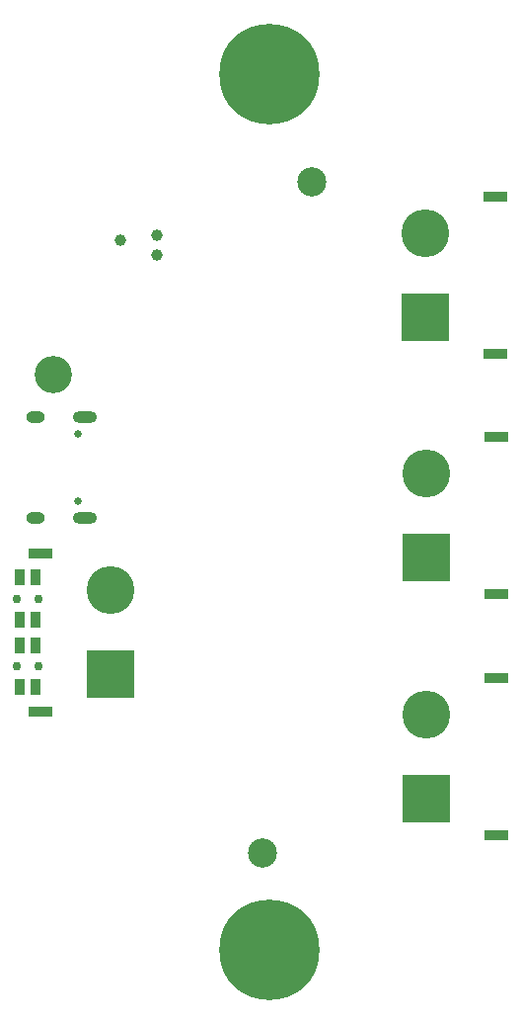
<source format=gbr>
%TF.GenerationSoftware,KiCad,Pcbnew,8.0.0*%
%TF.CreationDate,2024-05-13T20:24:04+10:00*%
%TF.ProjectId,JonoBro,4a6f6e6f-4272-46f2-9e6b-696361645f70,0.2*%
%TF.SameCoordinates,Original*%
%TF.FileFunction,Soldermask,Bot*%
%TF.FilePolarity,Negative*%
%FSLAX46Y46*%
G04 Gerber Fmt 4.6, Leading zero omitted, Abs format (unit mm)*
G04 Created by KiCad (PCBNEW 8.0.0) date 2024-05-13 20:24:04*
%MOMM*%
%LPD*%
G01*
G04 APERTURE LIST*
%ADD10C,0.900000*%
%ADD11C,8.600000*%
%ADD12C,2.500000*%
%ADD13C,0.650000*%
%ADD14O,2.100000X1.000000*%
%ADD15O,1.600000X1.000000*%
%ADD16C,3.200000*%
%ADD17R,2.000000X0.900000*%
%ADD18R,4.100000X4.100000*%
%ADD19C,4.100000*%
%ADD20C,1.000000*%
%ADD21C,0.750000*%
%ADD22R,0.900000X1.400000*%
G04 APERTURE END LIST*
D10*
%TO.C,H4*%
X19150000Y-5150000D03*
X20094581Y-2869581D03*
X20094581Y-7430419D03*
X22375000Y-1925000D03*
D11*
X22375000Y-5150000D03*
D10*
X22375000Y-8375000D03*
X24655419Y-2869581D03*
X24655419Y-7430419D03*
X25600000Y-5150000D03*
%TD*%
D12*
%TO.C,H1*%
X26000000Y60625000D03*
%TD*%
%TO.C,H2*%
X21850000Y3100000D03*
%TD*%
D13*
%TO.C,J6*%
X6001472Y39040000D03*
X6001472Y33260000D03*
D14*
X6531472Y40470000D03*
D15*
X2351472Y40470000D03*
D14*
X6531472Y31830000D03*
D15*
X2351472Y31830000D03*
%TD*%
D10*
%TO.C,H3*%
X19155419Y69819581D03*
X20100000Y72100000D03*
X20100000Y67539162D03*
X22380419Y73044581D03*
D11*
X22380419Y69819581D03*
D10*
X22380419Y66594581D03*
X24660838Y72100000D03*
X24660838Y67539162D03*
X25605419Y69819581D03*
%TD*%
D16*
%TO.C,TP3*%
X3850000Y44052432D03*
%TD*%
D17*
%TO.C,J1*%
X41850000Y38750000D03*
X41850000Y25250000D03*
D18*
X35850000Y28400000D03*
D19*
X35850000Y35600000D03*
%TD*%
D17*
%TO.C,J3*%
X41800000Y59350000D03*
X41800000Y45850000D03*
D18*
X35800000Y49000000D03*
D19*
X35800000Y56200000D03*
%TD*%
D17*
%TO.C,J2*%
X41850000Y18100000D03*
X41850000Y4600000D03*
D18*
X35850000Y7750000D03*
D19*
X35850000Y14950000D03*
%TD*%
D17*
%TO.C,J4*%
X2800000Y15250000D03*
X2800000Y28750000D03*
D18*
X8800000Y18400000D03*
D19*
X8800000Y25600000D03*
%TD*%
D20*
%TO.C,TP5*%
X12750000Y54350000D03*
%TD*%
%TO.C,TP4*%
X12739328Y56000000D03*
%TD*%
D21*
%TO.C,SW2*%
X2555000Y19100000D03*
X730000Y19100000D03*
D22*
X1005000Y20900000D03*
X1005000Y17300000D03*
X2305000Y20900000D03*
X2305000Y17300000D03*
%TD*%
D20*
%TO.C,TP6*%
X9600000Y55600000D03*
%TD*%
D21*
%TO.C,SW1*%
X2550000Y24900000D03*
X725000Y24900000D03*
D22*
X1000000Y26700000D03*
X1000000Y23100000D03*
X2300000Y26700000D03*
X2300000Y23100000D03*
%TD*%
M02*

</source>
